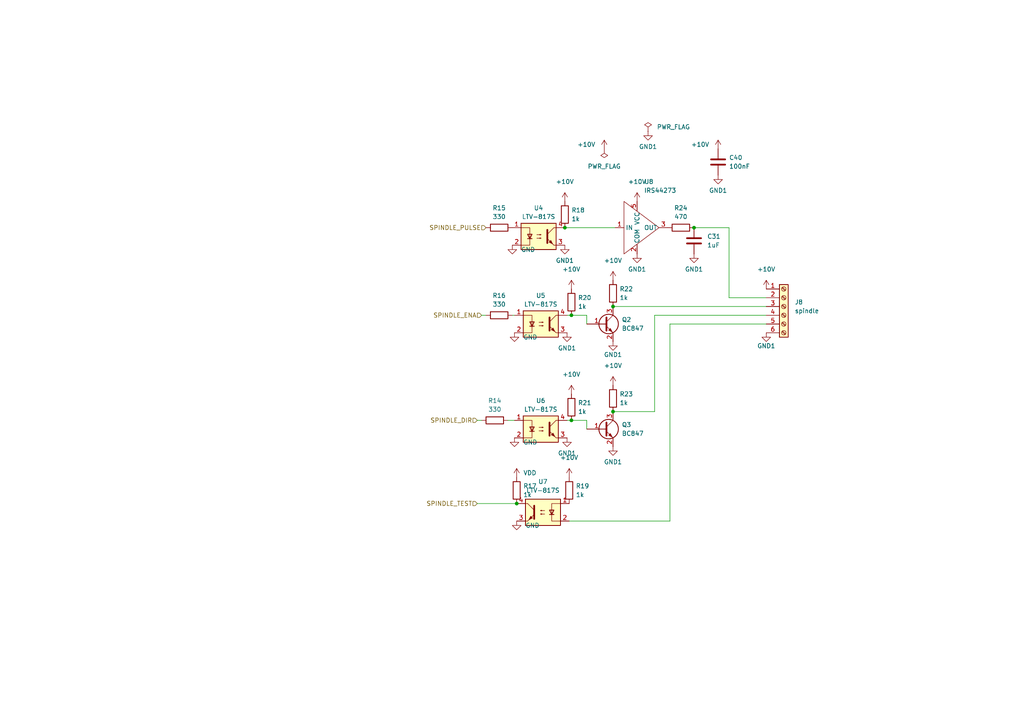
<source format=kicad_sch>
(kicad_sch (version 20211123) (generator eeschema)
  (paper "A4")
  (lib_symbols
    (symbol "Connector:Screw_Terminal_01x06" (pin_names (offset 1.016) hide)
      (property "Reference" "J" (at 0 7.62 0))
      (property "Value" "Screw_Terminal_01x06" (at 0 -10.16 0))
      (symbol "Screw_Terminal_01x06_1_1"
        (rectangle (start -1.27 6.35) (end 1.27 -8.89) (stroke (width 0.254)) (fill (type background)))
        (circle (center 0 -7.62) (radius 0.635) (stroke (width 0.1524)))
        (circle (center 0 -5.08) (radius 0.635) (stroke (width 0.1524)))
        (circle (center 0 -2.54) (radius 0.635) (stroke (width 0.1524)))
        (polyline (pts (xy -0.5334 -7.2898) (xy 0.3302 -8.128)) (stroke (width 0.1524)))
        (polyline (pts (xy -0.5334 -4.7498) (xy 0.3302 -5.588)) (stroke (width 0.1524)))
        (polyline (pts (xy -0.5334 -2.2098) (xy 0.3302 -3.048)) (stroke (width 0.1524)))
        (polyline (pts (xy -0.5334 0.3302) (xy 0.3302 -0.508)) (stroke (width 0.1524)))
        (polyline (pts (xy -0.5334 2.8702) (xy 0.3302 2.032)) (stroke (width 0.1524)))
        (polyline (pts (xy -0.5334 5.4102) (xy 0.3302 4.572)) (stroke (width 0.1524)))
        (polyline (pts (xy -0.3556 -7.112) (xy 0.508 -7.9502)) (stroke (width 0.1524)))
        (polyline (pts (xy -0.3556 -4.572) (xy 0.508 -5.4102)) (stroke (width 0.1524)))
        (polyline (pts (xy -0.3556 -2.032) (xy 0.508 -2.8702)) (stroke (width 0.1524)))
        (polyline (pts (xy -0.3556 0.508) (xy 0.508 -0.3302)) (stroke (width 0.1524)))
        (polyline (pts (xy -0.3556 3.048) (xy 0.508 2.2098)) (stroke (width 0.1524)))
        (polyline (pts (xy -0.3556 5.588) (xy 0.508 4.7498)) (stroke (width 0.1524)))
        (circle (center 0 0) (radius 0.635) (stroke (width 0.1524)))
        (circle (center 0 2.54) (radius 0.635) (stroke (width 0.1524)))
        (circle (center 0 5.08) (radius 0.635) (stroke (width 0.1524)))
        (pin passive line (at -5.08 5.08 0) (length 3.81) (name "Pin_1") (number "1"))
        (pin passive line (at -5.08 2.54 0) (length 3.81) (name "Pin_2") (number "2"))
        (pin passive line (at -5.08 0 0) (length 3.81) (name "Pin_3") (number "3"))
        (pin passive line (at -5.08 -2.54 0) (length 3.81) (name "Pin_4") (number "4"))
        (pin passive line (at -5.08 -5.08 0) (length 3.81) (name "Pin_5") (number "5"))
        (pin passive line (at -5.08 -7.62 0) (length 3.81) (name "Pin_6") (number "6"))
      )
    )
    (symbol "Device:C" (pin_numbers hide) (pin_names (offset 0.254))
      (property "Reference" "C" (at 0.635 2.54 0))
      (property "Value" "C" (at 0.635 -2.54 0))
      (symbol "C_0_1"
        (polyline (pts (xy -2.032 -0.762) (xy 2.032 -0.762)) (stroke (width 0.508)))
        (polyline (pts (xy -2.032 0.762) (xy 2.032 0.762)) (stroke (width 0.508)))
      )
      (symbol "C_1_1"
        (pin passive line (at 0 3.81 270) (length 2.794) (name "~") (number "1"))
        (pin passive line (at 0 -3.81 90) (length 2.794) (name "~") (number "2"))
      )
    )
    (symbol "Device:R" (pin_numbers hide) (pin_names (offset 0))
      (property "Reference" "R" (at 2.032 0 90))
      (property "Value" "R" (at 0 0 90))
      (symbol "R_0_1"
        (rectangle (start -1.016 -2.54) (end 1.016 2.54) (stroke (width 0.254)))
      )
      (symbol "R_1_1"
        (pin passive line (at 0 3.81 270) (length 1.27) (name "~") (number "1"))
        (pin passive line (at 0 -3.81 90) (length 1.27) (name "~") (number "2"))
      )
    )
    (symbol "Isolator:LTV-817S" (pin_names (offset 1.016))
      (property "Reference" "U" (at -3.81 5.08 0))
      (property "Value" "LTV-817S" (at 0 -5.08 0))
      (symbol "LTV-817S_1_1"
        (rectangle (start -5.08 3.81) (end 5.08 -3.81) (stroke (width 0.254)) (fill (type background)))
        (polyline (pts (xy -3.175 -0.635) (xy -1.905 -0.635)) (stroke (width 0.254)))
        (polyline (pts (xy 2.54 0.635) (xy 4.445 2.54)))
        (polyline (pts (xy 4.445 -2.54) (xy 2.54 -0.635)) (fill (type outline)))
        (polyline (pts (xy 4.445 -2.54) (xy 5.08 -2.54)))
        (polyline (pts (xy 4.445 2.54) (xy 5.08 2.54)))
        (polyline (pts (xy -5.08 2.54) (xy -2.54 2.54) (xy -2.54 -0.762)))
        (polyline (pts (xy -2.54 -0.635) (xy -2.54 -2.54) (xy -5.08 -2.54)))
        (polyline (pts (xy 2.54 1.905) (xy 2.54 -1.905) (xy 2.54 -1.905)) (stroke (width 0.508)))
        (polyline (pts (xy -2.54 -0.635) (xy -3.175 0.635) (xy -1.905 0.635) (xy -2.54 -0.635)) (stroke (width 0.254)))
        (polyline (pts (xy -0.508 -0.508) (xy 0.762 -0.508) (xy 0.381 -0.635) (xy 0.381 -0.381) (xy 0.762 -0.508)))
        (polyline (pts (xy -0.508 0.508) (xy 0.762 0.508) (xy 0.381 0.381) (xy 0.381 0.635) (xy 0.762 0.508)))
        (polyline (pts (xy 3.048 -1.651) (xy 3.556 -1.143) (xy 4.064 -2.159) (xy 3.048 -1.651) (xy 3.048 -1.651)) (fill (type outline)))
        (pin passive line (at -7.62 2.54 0) (length 2.54) (name "~") (number "1"))
        (pin passive line (at -7.62 -2.54 0) (length 2.54) (name "~") (number "2"))
        (pin passive line (at 7.62 -2.54 180) (length 2.54) (name "~") (number "3"))
        (pin passive line (at 7.62 2.54 180) (length 2.54) (name "~") (number "4"))
      )
    )
    (symbol "Transistor_BJT:BC847" (pin_names (offset 0) hide)
      (property "Reference" "Q" (at 5.08 1.905 0))
      (property "Value" "BC847" (at 5.08 0 0))
      (symbol "BC847_0_1"
        (polyline (pts (xy 0.635 0.635) (xy 2.54 2.54)))
        (polyline (pts (xy 0.635 -0.635) (xy 2.54 -2.54) (xy 2.54 -2.54)))
        (polyline (pts (xy 0.635 1.905) (xy 0.635 -1.905) (xy 0.635 -1.905)) (stroke (width 0.508)))
        (polyline (pts (xy 1.27 -1.778) (xy 1.778 -1.27) (xy 2.286 -2.286) (xy 1.27 -1.778) (xy 1.27 -1.778)) (fill (type outline)))
        (circle (center 1.27 0) (radius 2.8194) (stroke (width 0.254)))
      )
      (symbol "BC847_1_1"
        (pin input line (at -5.08 0 0) (length 5.715) (name "B") (number "1"))
        (pin passive line (at 2.54 -5.08 90) (length 2.54) (name "E") (number "2"))
        (pin passive line (at 2.54 5.08 270) (length 2.54) (name "C") (number "3"))
      )
    )
    (symbol "moje:IRS44273"
      (property "Reference" "U" (at 1.27 5.08 0))
      (property "Value" "IRS44273" (at 5.08 -6.35 0))
      (symbol "IRS44273_0_1"
        (polyline (pts (xy 0 5.08) (xy 0.0017 4.7906)))
        (polyline (pts (xy 0 -5.08) (xy 0 -4.7645) (xy 0 -5.08)))
        (polyline (pts (xy 6.35 0) (xy -3.81 7.62) (xy -3.81 -6.35) (xy -3.81 -7.62) (xy 6.35 0)))
      )
      (symbol "IRS44273_1_1"
        (pin input line (at -6.35 0 0) (length 2.54) (name "IN") (number "1"))
        (pin power_in line (at 0 -7.62 90) (length 2.54) (name "COM") (number "2"))
        (pin output line (at 8.89 0 180) (length 2.54) (name "OUT") (number "3"))
        (pin passive line (at 8.89 0 180) (length 2.54) hide (name "OUT") (number "4"))
        (pin power_in line (at 0 7.62 270) (length 2.54) (name "VCC") (number "5"))
      )
    )
    (symbol "power:+10V" (power) (pin_names (offset 0))
      (property "Value" "+10V" (at 0 3.556 0))
      (symbol "+10V_0_1"
        (polyline (pts (xy -0.762 1.27) (xy 0 2.54)))
        (polyline (pts (xy 0 0) (xy 0 2.54)))
        (polyline (pts (xy 0 2.54) (xy 0.762 1.27)))
      )
      (symbol "+10V_1_1"
        (pin power_in line (at 0 0 90) (length 0) hide (name "+10V") (number "1"))
      )
    )
    (symbol "power:GND" (power) (pin_names (offset 0))
      (property "Value" "GND" (at 0 -3.81 0))
      (symbol "GND_0_1"
        (polyline (pts (xy 0 0) (xy 0 -1.27) (xy 1.27 -1.27) (xy 0 -2.54) (xy -1.27 -1.27) (xy 0 -1.27)))
      )
      (symbol "GND_1_1"
        (pin power_in line (at 0 0 270) (length 0) hide (name "GND") (number "1"))
      )
    )
    (symbol "power:GND1" (power) (pin_names (offset 0))
      (property "Value" "GND1" (at 0 -3.81 0))
      (symbol "GND1_0_1"
        (polyline (pts (xy 0 0) (xy 0 -1.27) (xy 1.27 -1.27) (xy 0 -2.54) (xy -1.27 -1.27) (xy 0 -1.27)))
      )
      (symbol "GND1_1_1"
        (pin power_in line (at 0 0 270) (length 0) hide (name "GND1") (number "1"))
      )
    )
    (symbol "power:PWR_FLAG" (power) (pin_numbers hide) (pin_names (offset 0) hide)
      (property "Value" "PWR_FLAG" (at 0 3.81 0))
      (symbol "PWR_FLAG_0_0"
        (pin power_out line (at 0 0 90) (length 0) (name "pwr") (number "1"))
      )
      (symbol "PWR_FLAG_0_1"
        (polyline (pts (xy 0 0) (xy 0 1.27) (xy -1.016 1.905) (xy 0 2.54) (xy 1.016 1.905) (xy 0 1.27)))
      )
    )
    (symbol "power:VDD" (power) (pin_names (offset 0))
      (property "Value" "VDD" (at 0 3.81 0))
      (symbol "VDD_0_1"
        (polyline (pts (xy -0.762 1.27) (xy 0 2.54)))
        (polyline (pts (xy 0 0) (xy 0 2.54)))
        (polyline (pts (xy 0 2.54) (xy 0.762 1.27)))
      )
      (symbol "VDD_1_1"
        (pin power_in line (at 0 0 90) (length 0) hide (name "VDD") (number "1"))
      )
    )
  )
  (junction (at 177.8 88.9))
  (junction (at 177.8 119.38))
  (junction (at 165.735 91.44))
  (junction (at 201.295 66.04))
  (junction (at 149.86 146.05))
  (junction (at 165.735 121.92))
  (junction (at 163.83 66.04))
  (wire (pts (xy 194.31 93.98) (xy 222.25 93.98)))
  (wire (pts (xy 147.32 121.92) (xy 149.225 121.92)))
  (wire (pts (xy 163.83 66.04) (xy 178.435 66.04)))
  (wire (pts (xy 177.8 88.9) (xy 222.25 88.9)))
  (wire (pts (xy 165.735 91.44) (xy 170.18 91.44)))
  (wire (pts (xy 164.465 91.44) (xy 165.735 91.44)))
  (wire (pts (xy 189.865 91.44) (xy 189.865 119.38)))
  (wire (pts (xy 170.18 91.44) (xy 170.18 93.98)))
  (wire (pts (xy 194.31 151.13) (xy 194.31 93.98)))
  (wire (pts (xy 139.7 121.92) (xy 138.43 121.92)))
  (wire (pts (xy 165.735 121.92) (xy 170.18 121.92)))
  (wire (pts (xy 211.455 66.04) (xy 201.295 66.04)))
  (wire (pts (xy 211.455 86.36) (xy 211.455 66.04)))
  (wire (pts (xy 138.43 146.05) (xy 149.86 146.05)))
  (wire (pts (xy 164.465 121.92) (xy 165.735 121.92)))
  (wire (pts (xy 170.18 121.92) (xy 170.18 124.46)))
  (wire (pts (xy 165.1 151.13) (xy 194.31 151.13)))
  (wire (pts (xy 189.865 119.38) (xy 177.8 119.38)))
  (wire (pts (xy 222.25 91.44) (xy 189.865 91.44)))
  (wire (pts (xy 148.59 91.44) (xy 149.225 91.44)))
  (wire (pts (xy 140.97 91.44) (xy 139.7 91.44)))
  (wire (pts (xy 222.25 86.36) (xy 211.455 86.36)))
  (hierarchical_label "SPINDLE_ENA" (shape input) (at 139.7 91.44 180))
  (hierarchical_label "SPINDLE_TEST" (shape input) (at 138.43 146.05 180))
  (hierarchical_label "SPINDLE_PULSE" (shape input) (at 140.97 66.04 180))
  (hierarchical_label "SPINDLE_DIR" (shape input) (at 138.43 121.92 180))
  (symbol (lib_id "power:GND") (at 149.225 127 0) (unit 1)
    (property "Reference" "#PWR0211" (effects hide))
    (property "Value" "GND" (at 151.765 128.2699 0) (effects (justify left)))
  )
  (symbol (lib_id "Device:C") (at 201.295 69.85 0) (unit 1)
    (property "Reference" "C31" (at 205.105 68.5799 0) (effects (justify left)))
    (property "Value" "1uF" (at 205.105 71.1199 0) (effects (justify left)))
    (property "Footprint" "Capacitor_SMD:C_1206_3216Metric_Pad1.33x1.80mm_HandSolder" (effects hide))
  )
  (symbol (lib_id "Device:R") (at 143.51 121.92 270) (unit 1)
    (property "Reference" "R14" (at 143.51 116.205 90))
    (property "Value" "330" (at 143.51 118.745 90))
    (property "Footprint" "Resistor_SMD:R_0805_2012Metric_Pad1.20x1.40mm_HandSolder" (effects hide))
  )
  (symbol (lib_id "Device:R") (at 144.78 91.44 270) (unit 1)
    (property "Reference" "R16" (at 144.78 85.725 90))
    (property "Value" "330" (at 144.78 88.265 90))
    (property "Footprint" "Resistor_SMD:R_0805_2012Metric_Pad1.20x1.40mm_HandSolder" (effects hide))
  )
  (symbol (lib_id "power:+10V") (at 165.735 83.82 0) (unit 1)
    (property "Reference" "#PWR0227" (effects hide))
    (property "Value" "+10V" (at 165.735 78.105 0))
  )
  (symbol (lib_id "power:PWR_FLAG") (at 187.96 38.1 0) (unit 1)
    (property "Reference" "#FLG0106" (effects hide))
    (property "Value" "PWR_FLAG" (at 190.5 36.8299 0) (effects (justify left)))
  )
  (symbol (lib_id "Transistor_BJT:BC847") (at 175.26 124.46 0) (unit 1)
    (property "Reference" "Q3" (at 180.34 123.1899 0) (effects (justify left)))
    (property "Value" "BC847" (at 180.34 125.7299 0) (effects (justify left)))
    (property "Footprint" "Package_TO_SOT_SMD:SOT-23" (effects hide))
    (property "Datasheet" "http://www.infineon.com/dgdl/Infineon-BC847SERIES_BC848SERIES_BC849SERIES_BC850SERIES-DS-v01_01-en.pdf?fileId=db3a304314dca389011541d4630a1657" (effects hide))
  )
  (symbol (lib_id "power:GND") (at 149.225 96.52 0) (unit 1)
    (property "Reference" "#PWR0218" (effects hide))
    (property "Value" "GND" (at 151.765 97.7899 0) (effects (justify left)))
  )
  (symbol (lib_id "Isolator:LTV-817S") (at 156.21 68.58 0) (unit 1)
    (property "Reference" "U4" (at 156.21 60.325 0))
    (property "Value" "LTV-817S" (at 156.21 62.865 0))
    (property "Footprint" "Package_DIP:SMDIP-4_W9.53mm" (effects hide))
    (property "Datasheet" "http://www.us.liteon.com/downloads/LTV-817-827-847.PDF" (effects hide))
  )
  (symbol (lib_id "Isolator:LTV-817S") (at 157.48 148.59 0) (mirror y) (unit 1)
    (property "Reference" "U7" (at 157.48 139.7 0))
    (property "Value" "LTV-817S" (at 157.48 142.24 0))
    (property "Footprint" "Package_DIP:SMDIP-4_W9.53mm" (effects hide))
    (property "Datasheet" "http://www.us.liteon.com/downloads/LTV-817-827-847.PDF" (effects hide))
  )
  (symbol (lib_id "Device:R") (at 144.78 66.04 270) (unit 1)
    (property "Reference" "R15" (at 144.78 60.325 90))
    (property "Value" "330" (at 144.78 62.865 90))
    (property "Footprint" "Resistor_SMD:R_0805_2012Metric_Pad1.20x1.40mm_HandSolder" (effects hide))
  )
  (symbol (lib_id "power:GND1") (at 177.8 99.06 0) (unit 1)
    (property "Reference" "#PWR0213" (effects hide))
    (property "Value" "GND1" (at 177.8 102.87 0))
  )
  (symbol (lib_id "Transistor_BJT:BC847") (at 175.26 93.98 0) (unit 1)
    (property "Reference" "Q2" (at 180.34 92.7099 0) (effects (justify left)))
    (property "Value" "BC847" (at 180.34 95.2499 0) (effects (justify left)))
    (property "Footprint" "Package_TO_SOT_SMD:SOT-23" (effects hide))
    (property "Datasheet" "http://www.infineon.com/dgdl/Infineon-BC847SERIES_BC848SERIES_BC849SERIES_BC850SERIES-DS-v01_01-en.pdf?fileId=db3a304314dca389011541d4630a1657" (effects hide))
  )
  (symbol (lib_id "power:GND1") (at 177.8 129.54 0) (unit 1)
    (property "Reference" "#PWR0208" (effects hide))
    (property "Value" "GND1" (at 177.8 133.985 0))
  )
  (symbol (lib_id "Device:R") (at 163.83 62.23 180) (unit 1)
    (property "Reference" "R18" (at 165.735 60.9599 0) (effects (justify right)))
    (property "Value" "1k" (at 165.735 63.4999 0) (effects (justify right)))
    (property "Footprint" "Resistor_SMD:R_0805_2012Metric_Pad1.20x1.40mm_HandSolder" (effects hide))
  )
  (symbol (lib_id "power:+10V") (at 165.1 138.43 0) (unit 1)
    (property "Reference" "#PWR0210" (effects hide))
    (property "Value" "+10V" (at 165.1 132.715 0))
  )
  (symbol (lib_id "power:VDD") (at 149.86 138.43 0) (unit 1)
    (property "Reference" "#PWR0209" (effects hide))
    (property "Value" "VDD" (at 151.765 137.1599 0) (effects (justify left)))
  )
  (symbol (lib_id "power:GND1") (at 184.785 73.66 0) (unit 1)
    (property "Reference" "#PWR0221" (effects hide))
    (property "Value" "GND1" (at 184.785 78.105 0))
  )
  (symbol (lib_id "power:GND1") (at 164.465 127 0) (unit 1)
    (property "Reference" "#PWR0212" (effects hide))
    (property "Value" "GND1" (at 164.465 131.445 0))
  )
  (symbol (lib_id "Device:R") (at 177.8 85.09 180) (unit 1)
    (property "Reference" "R22" (at 179.705 83.8199 0) (effects (justify right)))
    (property "Value" "1k" (at 179.705 86.3599 0) (effects (justify right)))
    (property "Footprint" "Resistor_SMD:R_0805_2012Metric_Pad1.20x1.40mm_HandSolder" (effects hide))
  )
  (symbol (lib_id "Device:R") (at 197.485 66.04 90) (unit 1)
    (property "Reference" "R24" (at 197.485 60.325 90))
    (property "Value" "470" (at 197.485 62.865 90))
    (property "Footprint" "Resistor_SMD:R_0805_2012Metric_Pad1.20x1.40mm_HandSolder" (effects hide))
  )
  (symbol (lib_id "Isolator:LTV-817S") (at 156.845 124.46 0) (unit 1)
    (property "Reference" "U6" (at 156.845 116.205 0))
    (property "Value" "LTV-817S" (at 156.845 118.745 0))
    (property "Footprint" "Package_DIP:SMDIP-4_W9.53mm" (effects hide))
    (property "Datasheet" "http://www.us.liteon.com/downloads/LTV-817-827-847.PDF" (effects hide))
  )
  (symbol (lib_id "power:+10V") (at 175.26 43.18 0) (unit 1)
    (property "Reference" "#PWR0346" (effects hide))
    (property "Value" "+10V" (at 172.72 41.9101 0) (effects (justify right)))
  )
  (symbol (lib_id "power:+10V") (at 208.28 43.18 0) (unit 1)
    (property "Reference" "#PWR011" (effects hide))
    (property "Value" "+10V" (at 205.74 41.9101 0) (effects (justify right)))
  )
  (symbol (lib_id "power:+10V") (at 184.785 58.42 0) (unit 1)
    (property "Reference" "#PWR0224" (effects hide))
    (property "Value" "+10V" (at 184.785 52.705 0))
  )
  (symbol (lib_id "power:GND") (at 149.86 151.13 0) (unit 1)
    (property "Reference" "#PWR0217" (effects hide))
    (property "Value" "GND" (at 152.4 152.3999 0) (effects (justify left)))
  )
  (symbol (lib_id "power:GND1") (at 208.28 50.8 0) (unit 1)
    (property "Reference" "#PWR012" (effects hide))
    (property "Value" "GND1" (at 208.28 55.245 0))
  )
  (symbol (lib_id "power:GND1") (at 201.295 73.66 0) (unit 1)
    (property "Reference" "#PWR0225" (effects hide))
    (property "Value" "GND1" (at 201.295 78.105 0))
  )
  (symbol (lib_id "moje:IRS44273") (at 184.785 66.04 0) (unit 1)
    (property "Reference" "U8" (at 186.8044 52.705 0) (effects (justify left)))
    (property "Value" "IRS44273" (at 186.8044 55.245 0) (effects (justify left)))
    (property "Footprint" "Package_TO_SOT_SMD:SOT-23-5_HandSoldering" (effects hide))
  )
  (symbol (lib_id "power:GND1") (at 187.96 38.1 0) (unit 1)
    (property "Reference" "#PWR0345" (effects hide))
    (property "Value" "GND1" (at 187.96 42.545 0))
  )
  (symbol (lib_id "Device:C") (at 208.28 46.99 0) (unit 1)
    (property "Reference" "C40" (at 211.455 45.7199 0) (effects (justify left)))
    (property "Value" "100nF" (at 211.455 48.2599 0) (effects (justify left)))
    (property "Footprint" "Capacitor_SMD:C_0603_1608Metric_Pad1.08x0.95mm_HandSolder" (effects hide))
  )
  (symbol (lib_id "power:+10V") (at 222.25 83.82 0) (unit 1)
    (property "Reference" "#PWR0223" (effects hide))
    (property "Value" "+10V" (at 222.25 78.105 0))
  )
  (symbol (lib_id "power:+10V") (at 177.8 81.28 0) (unit 1)
    (property "Reference" "#PWR0220" (effects hide))
    (property "Value" "+10V" (at 177.8 75.565 0))
  )
  (symbol (lib_id "power:GND1") (at 163.83 71.12 0) (unit 1)
    (property "Reference" "#PWR0226" (effects hide))
    (property "Value" "GND1" (at 163.83 75.565 0))
  )
  (symbol (lib_id "power:GND") (at 148.59 71.12 0) (unit 1)
    (property "Reference" "#PWR0219" (effects hide))
    (property "Value" "GND" (at 151.13 72.3899 0) (effects (justify left)))
  )
  (symbol (lib_id "power:GND1") (at 222.25 96.52 0) (unit 1)
    (property "Reference" "#PWR0222" (effects hide))
    (property "Value" "GND1" (at 222.25 100.33 0))
  )
  (symbol (lib_id "Device:R") (at 149.86 142.24 180) (unit 1)
    (property "Reference" "R17" (at 151.765 140.9699 0) (effects (justify right)))
    (property "Value" "1k" (at 151.765 143.5099 0) (effects (justify right)))
    (property "Footprint" "Resistor_SMD:R_0805_2012Metric_Pad1.20x1.40mm_HandSolder" (effects hide))
  )
  (symbol (lib_id "power:PWR_FLAG") (at 175.26 43.18 180) (unit 1)
    (property "Reference" "#FLG0107" (effects hide))
    (property "Value" "PWR_FLAG" (at 175.26 48.26 0))
  )
  (symbol (lib_id "power:+10V") (at 177.8 111.76 0) (unit 1)
    (property "Reference" "#PWR0214" (effects hide))
    (property "Value" "+10V" (at 177.8 106.045 0))
  )
  (symbol (lib_id "power:+10V") (at 163.83 58.42 0) (unit 1)
    (property "Reference" "#PWR0228" (effects hide))
    (property "Value" "+10V" (at 163.83 52.705 0))
  )
  (symbol (lib_id "Connector:Screw_Terminal_01x06") (at 227.33 88.9 0) (unit 1)
    (property "Reference" "J8" (at 230.505 87.6299 0) (effects (justify left)))
    (property "Value" "spindle" (at 230.505 90.1699 0) (effects (justify left)))
    (property "Footprint" "TerminalBlock_4Ucon:TerminalBlock_4Ucon_1x06_P3.50mm_Horizontal" (effects hide))
  )
  (symbol (lib_id "power:+10V") (at 165.735 114.3 0) (unit 1)
    (property "Reference" "#PWR0215" (effects hide))
    (property "Value" "+10V" (at 165.735 108.585 0))
  )
  (symbol (lib_id "Isolator:LTV-817S") (at 156.845 93.98 0) (unit 1)
    (property "Reference" "U5" (at 156.845 85.725 0))
    (property "Value" "LTV-817S" (at 156.845 88.265 0))
    (property "Footprint" "Package_DIP:SMDIP-4_W9.53mm" (effects hide))
    (property "Datasheet" "http://www.us.liteon.com/downloads/LTV-817-827-847.PDF" (effects hide))
  )
  (symbol (lib_id "Device:R") (at 177.8 115.57 180) (unit 1)
    (property "Reference" "R23" (at 179.705 114.2999 0) (effects (justify right)))
    (property "Value" "1k" (at 179.705 116.8399 0) (effects (justify right)))
    (property "Footprint" "Resistor_SMD:R_0805_2012Metric_Pad1.20x1.40mm_HandSolder" (effects hide))
  )
  (symbol (lib_id "power:GND1") (at 164.465 96.52 0) (unit 1)
    (property "Reference" "#PWR0216" (effects hide))
    (property "Value" "GND1" (at 164.465 100.965 0))
  )
  (symbol (lib_id "Device:R") (at 165.735 118.11 180) (unit 1)
    (property "Reference" "R21" (at 167.64 116.8399 0) (effects (justify right)))
    (property "Value" "1k" (at 167.64 119.3799 0) (effects (justify right)))
    (property "Footprint" "Resistor_SMD:R_0805_2012Metric_Pad1.20x1.40mm_HandSolder" (effects hide))
  )
  (symbol (lib_id "Device:R") (at 165.735 87.63 180) (unit 1)
    (property "Reference" "R20" (at 167.64 86.3599 0) (effects (justify right)))
    (property "Value" "1k" (at 167.64 88.8999 0) (effects (justify right)))
    (property "Footprint" "Resistor_SMD:R_0805_2012Metric_Pad1.20x1.40mm_HandSolder" (effects hide))
  )
  (symbol (lib_id "Device:R") (at 165.1 142.24 180) (unit 1)
    (property "Reference" "R19" (at 167.005 140.9699 0) (effects (justify right)))
    (property "Value" "1k" (at 167.005 143.5099 0) (effects (justify right)))
    (property "Footprint" "Resistor_SMD:R_0805_2012Metric_Pad1.20x1.40mm_HandSolder" (effects hide))
  )
)
</source>
